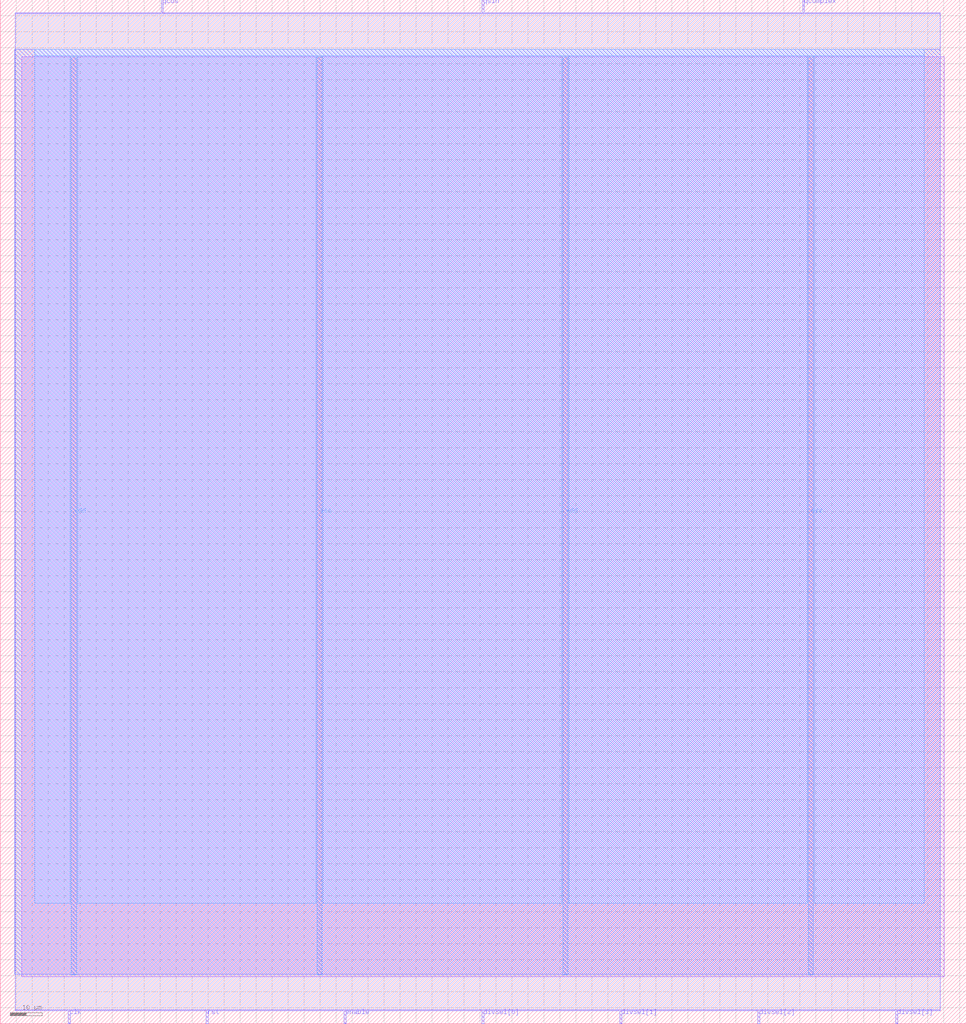
<source format=lef>
VERSION 5.7 ;
  NOWIREEXTENSIONATPIN ON ;
  DIVIDERCHAR "/" ;
  BUSBITCHARS "[]" ;
MACRO WavePWM
  CLASS BLOCK ;
  FOREIGN WavePWM ;
  ORIGIN 0.000 0.000 ;
  SIZE 301.985 BY 319.905 ;
  PIN clk
    DIRECTION INPUT ;
    USE SIGNAL ;
    PORT
      LAYER Metal2 ;
        RECT 21.280 0.000 21.840 4.000 ;
    END
  END clk
  PIN divSel[0]
    DIRECTION INPUT ;
    USE SIGNAL ;
    PORT
      LAYER Metal2 ;
        RECT 150.640 0.000 151.200 4.000 ;
    END
  END divSel[0]
  PIN divSel[1]
    DIRECTION INPUT ;
    USE SIGNAL ;
    PORT
      LAYER Metal2 ;
        RECT 193.760 0.000 194.320 4.000 ;
    END
  END divSel[1]
  PIN divSel[2]
    DIRECTION INPUT ;
    USE SIGNAL ;
    PORT
      LAYER Metal2 ;
        RECT 236.880 0.000 237.440 4.000 ;
    END
  END divSel[2]
  PIN divSel[3]
    DIRECTION INPUT ;
    USE SIGNAL ;
    PORT
      LAYER Metal2 ;
        RECT 280.000 0.000 280.560 4.000 ;
    END
  END divSel[3]
  PIN enable
    DIRECTION INPUT ;
    USE SIGNAL ;
    PORT
      LAYER Metal2 ;
        RECT 107.520 0.000 108.080 4.000 ;
    END
  END enable
  PIN qcomplex
    DIRECTION OUTPUT TRISTATE ;
    USE SIGNAL ;
    PORT
      LAYER Metal2 ;
        RECT 250.880 315.905 251.440 319.905 ;
    END
  END qcomplex
  PIN qcos
    DIRECTION OUTPUT TRISTATE ;
    USE SIGNAL ;
    PORT
      LAYER Metal2 ;
        RECT 50.400 315.905 50.960 319.905 ;
    END
  END qcos
  PIN qsin
    DIRECTION OUTPUT TRISTATE ;
    USE SIGNAL ;
    PORT
      LAYER Metal2 ;
        RECT 150.640 315.905 151.200 319.905 ;
    END
  END qsin
  PIN rst
    DIRECTION INPUT ;
    USE SIGNAL ;
    PORT
      LAYER Metal2 ;
        RECT 64.400 0.000 64.960 4.000 ;
    END
  END rst
  PIN vdd
    DIRECTION INOUT ;
    USE POWER ;
    PORT
      LAYER Metal4 ;
        RECT 22.240 15.380 23.840 302.140 ;
    END
    PORT
      LAYER Metal4 ;
        RECT 175.840 15.380 177.440 302.140 ;
    END
  END vdd
  PIN vss
    DIRECTION INOUT ;
    USE GROUND ;
    PORT
      LAYER Metal4 ;
        RECT 99.040 15.380 100.640 302.140 ;
    END
    PORT
      LAYER Metal4 ;
        RECT 252.640 15.380 254.240 302.140 ;
    END
  END vss
  OBS
      LAYER Metal1 ;
        RECT 6.720 14.710 295.120 302.140 ;
      LAYER Metal2 ;
        RECT 4.620 315.605 50.100 315.905 ;
        RECT 51.260 315.605 150.340 315.905 ;
        RECT 151.500 315.605 250.580 315.905 ;
        RECT 251.740 315.605 293.860 315.905 ;
        RECT 4.620 4.300 293.860 315.605 ;
        RECT 4.620 4.000 20.980 4.300 ;
        RECT 22.140 4.000 64.100 4.300 ;
        RECT 65.260 4.000 107.220 4.300 ;
        RECT 108.380 4.000 150.340 4.300 ;
        RECT 151.500 4.000 193.460 4.300 ;
        RECT 194.620 4.000 236.580 4.300 ;
        RECT 237.740 4.000 279.700 4.300 ;
        RECT 280.860 4.000 293.860 4.300 ;
      LAYER Metal3 ;
        RECT 4.570 15.540 293.910 304.500 ;
      LAYER Metal4 ;
        RECT 10.780 302.440 288.820 304.550 ;
        RECT 10.780 37.610 21.940 302.440 ;
        RECT 24.140 37.610 98.740 302.440 ;
        RECT 100.940 37.610 175.540 302.440 ;
        RECT 177.740 37.610 252.340 302.440 ;
        RECT 254.540 37.610 288.820 302.440 ;
  END
END WavePWM
END LIBRARY


</source>
